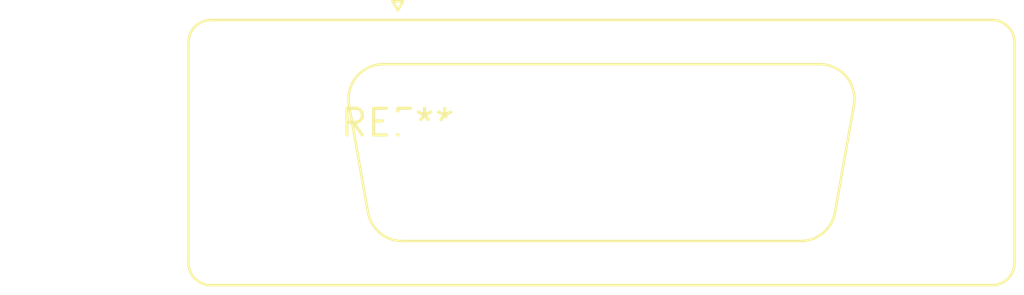
<source format=kicad_pcb>
(kicad_pcb (version 20240108) (generator pcbnew)
  (layers (0 "F.Cu" signal) (31 "B.Cu" signal) (34 "B.Paste" user) (35 "F.Paste" user) (36 "B.SilkS" user "B.Silkscreen") (37 "F.SilkS" user "F.Silkscreen") (38 "B.Mask" user) (39 "F.Mask" user) (44 "Edge.Cuts" user))
  (net 0 "")
  (footprint "DSUB-15_Male_Vertical_P2.77x2.84mm" (layer "F.Cu") (at 0 0)
    (property "Reference" "REF**")
    (property "Value" "DSUB-15_Male_Vertical_P2.77x2.84mm")
    (fp_line (start -9.965 6.67) (end -9.965 -3.83) (layer "F.SilkS") (stroke (width 0.12)))
    (fp_line (start -8.905 -4.89) (end 28.295 -4.89) (layer "F.SilkS") (stroke (width 0.12)))
    (fp_line (start -2.32147 -0.841744) (end -1.422202 4.258256) (layer "F.SilkS") (stroke (width 0.12)))
    (fp_line (start -0.686689 -2.79) (end 20.076689 -2.79) (layer "F.SilkS") (stroke (width 0.12)))
    (fp_line (start -0.25 -5.784338) (end 0.25 -5.784338) (layer "F.SilkS") (stroke (width 0.12)))
    (fp_line (start 0 -5.351325) (end -0.25 -5.784338) (layer "F.SilkS") (stroke (width 0.12)))
    (fp_line (start 0.212579 5.63) (end 19.177421 5.63) (layer "F.SilkS") (stroke (width 0.12)))
    (fp_line (start 0.25 -5.784338) (end 0 -5.351325) (layer "F.SilkS") (stroke (width 0.12)))
    (fp_line (start 21.71147 -0.841744) (end 20.812202 4.258256) (layer "F.SilkS") (stroke (width 0.12)))
    (fp_line (start 28.295 7.73) (end -8.905 7.73) (layer "F.SilkS") (stroke (width 0.12)))
    (fp_line (start 29.355 -3.83) (end 29.355 6.67) (layer "F.SilkS") (stroke (width 0.12)))
    (fp_arc (start -9.965 -3.83) (mid -9.654533 -4.579533) (end -8.905 -4.89) (layer "F.SilkS") (stroke (width 0.12)))
    (fp_arc (start -8.905 7.73) (mid -9.654533 7.419533) (end -9.965 6.67) (layer "F.SilkS") (stroke (width 0.12)))
    (fp_arc (start -2.32147 -0.841744) (mid -1.958323 -2.197028) (end -0.686689 -2.79) (layer "F.SilkS") (stroke (width 0.12)))
    (fp_arc (start 0.212579 5.63) (mid -0.854448 5.241634) (end -1.422202 4.258256) (layer "F.SilkS") (stroke (width 0.12)))
    (fp_arc (start 20.076689 -2.79) (mid 21.348323 -2.197027) (end 21.71147 -0.841744) (layer "F.SilkS") (stroke (width 0.12)))
    (fp_arc (start 20.812202 4.258256) (mid 20.244449 5.241634) (end 19.177421 5.63) (layer "F.SilkS") (stroke (width 0.12)))
    (fp_arc (start 28.295 -4.89) (mid 29.044533 -4.579533) (end 29.355 -3.83) (layer "F.SilkS") (stroke (width 0.12)))
    (fp_arc (start 29.355 6.67) (mid 29.044533 7.419533) (end 28.295 7.73) (layer "F.SilkS") (stroke (width 0.12)))
    (pad "1" thru_hole rect (at 0 0) (size 1.6 1.6) (drill 1) (layers *.Cu *.Mask) (remove_unused_layers))
    (pad "2" thru_hole circle (at 2.77 0) (size 1.6 1.6) (drill 1) (layers *.Cu *.Mask) (remove_unused_layers))
    (pad "3" thru_hole circle (at 5.54 0) (size 1.6 1.6) (drill 1) (layers *.Cu *.Mask) (remove_unused_layers))
    (pad "4" thru_hole circle (at 8.31 0) (size 1.6 1.6) (drill 1) (layers *.Cu *.Mask) (remove_unused_layers))
    (pad "5" thru_hole circle (at 11.08 0) (size 1.6 1.6) (drill 1) (layers *.Cu *.Mask) (remove_unused_layers))
    (pad "6" thru_hole circle (at 13.85 0) (size 1.6 1.6) (drill 1) (layers *.Cu *.Mask) (remove_unused_layers))
    (pad "7" thru_hole circle (at 16.62 0) (size 1.6 1.6) (drill 1) (layers *.Cu *.Mask) (remove_unused_layers))
    (pad "8" thru_hole circle (at 19.39 0) (size 1.6 1.6) (drill 1) (layers *.Cu *.Mask) (remove_unused_layers))
    (pad "9" thru_hole circle (at 1.385 2.84) (size 1.6 1.6) (drill 1) (layers *.Cu *.Mask) (remove_unused_layers))
    (pad "10" thru_hole circle (at 4.155 2.84) (size 1.6 1.6) (drill 1) (layers *.Cu *.Mask) (remove_unused_layers))
    (pad "11" thru_hole circle (at 6.925 2.84) (size 1.6 1.6) (drill 1) (layers *.Cu *.Mask) (remove_unused_layers))
    (pad "12" thru_hole circle (at 9.695 2.84) (size 1.6 1.6) (drill 1) (layers *.Cu *.Mask) (remove_unused_layers))
    (pad "13" thru_hole circle (at 12.465 2.84) (size 1.6 1.6) (drill 1) (layers *.Cu *.Mask) (remove_unused_layers))
    (pad "14" thru_hole circle (at 15.235 2.84) (size 1.6 1.6) (drill 1) (layers *.Cu *.Mask) (remove_unused_layers))
    (pad "15" thru_hole circle (at 18.005 2.84) (size 1.6 1.6) (drill 1) (layers *.Cu *.Mask) (remove_unused_layers))
  )
)
</source>
